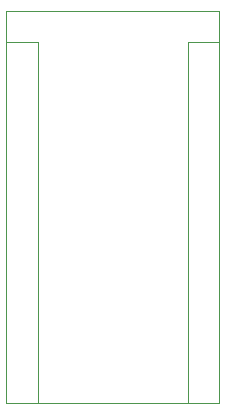
<source format=gbr>
G04 #@! TF.GenerationSoftware,KiCad,Pcbnew,(5.1.5)-3*
G04 #@! TF.CreationDate,2022-12-18T19:23:00+01:00*
G04 #@! TF.ProjectId,SNES controller protoboard,534e4553-2063-46f6-9e74-726f6c6c6572,rev?*
G04 #@! TF.SameCoordinates,Original*
G04 #@! TF.FileFunction,Legend,Bot*
G04 #@! TF.FilePolarity,Positive*
%FSLAX46Y46*%
G04 Gerber Fmt 4.6, Leading zero omitted, Abs format (unit mm)*
G04 Created by KiCad (PCBNEW (5.1.5)-3) date 2022-12-18 19:23:00*
%MOMM*%
%LPD*%
G04 APERTURE LIST*
%ADD10C,0.120000*%
%ADD11C,1.902000*%
G04 APERTURE END LIST*
D10*
X67319000Y-41994000D02*
X54619000Y-41994000D01*
X69989000Y-8754000D02*
X69989000Y-41994000D01*
X51949000Y-8754000D02*
X69989000Y-8754000D01*
X54619000Y-11424000D02*
X51949000Y-11424000D01*
X54619000Y-41994000D02*
X54619000Y-11424000D01*
X67319000Y-11424000D02*
X69989000Y-11424000D01*
X67319000Y-41994000D02*
X67319000Y-11424000D01*
X67319000Y-41994000D02*
X69989000Y-41994000D01*
X51949000Y-41994000D02*
X51949000Y-8754000D01*
X54619000Y-41994000D02*
X51949000Y-41994000D01*
%LPC*%
D11*
X45720000Y-27940000D03*
X93980000Y-30480000D03*
X93980000Y-10160000D03*
X111760000Y-20320000D03*
X76200000Y-20320000D03*
X60960000Y-27940000D03*
X43180000Y-27940000D03*
X20320000Y-27940000D03*
X20320000Y-12700000D03*
X20320000Y-30480000D03*
X22860000Y-30480000D03*
X20320000Y-33020000D03*
X22860000Y-33020000D03*
X116840000Y-45720000D03*
X114300000Y-45720000D03*
X111760000Y-45720000D03*
X109220000Y-45720000D03*
X106680000Y-45720000D03*
X104140000Y-45720000D03*
X101600000Y-45720000D03*
X99060000Y-45720000D03*
X96520000Y-45720000D03*
X93980000Y-45720000D03*
X91440000Y-45720000D03*
X88900000Y-45720000D03*
X86360000Y-45720000D03*
X83820000Y-45720000D03*
X81280000Y-45720000D03*
X78740000Y-45720000D03*
X76200000Y-45720000D03*
X73660000Y-45720000D03*
X71120000Y-45720000D03*
X68580000Y-45720000D03*
X66040000Y-45720000D03*
X63500000Y-45720000D03*
X60960000Y-45720000D03*
X58420000Y-45720000D03*
X55880000Y-45720000D03*
X53340000Y-45720000D03*
X50800000Y-45720000D03*
X48260000Y-45720000D03*
X45720000Y-45720000D03*
X43180000Y-45720000D03*
X40640000Y-45720000D03*
X38100000Y-45720000D03*
X35560000Y-45720000D03*
X33020000Y-45720000D03*
X30480000Y-45720000D03*
X27940000Y-45720000D03*
X25400000Y-45720000D03*
X22860000Y-45720000D03*
X20320000Y-45720000D03*
X17780000Y-45720000D03*
X15240000Y-45720000D03*
X12700000Y-45720000D03*
X10160000Y-45720000D03*
X7620000Y-45720000D03*
X5080000Y-45720000D03*
X119380000Y-43180000D03*
X116840000Y-43180000D03*
X114300000Y-43180000D03*
X111760000Y-43180000D03*
X109220000Y-43180000D03*
X106680000Y-43180000D03*
X104140000Y-43180000D03*
X101600000Y-43180000D03*
X99060000Y-43180000D03*
X96520000Y-43180000D03*
X93980000Y-43180000D03*
X91440000Y-43180000D03*
X88900000Y-43180000D03*
X86360000Y-43180000D03*
X83820000Y-43180000D03*
X81280000Y-43180000D03*
X78740000Y-43180000D03*
X76200000Y-43180000D03*
X73660000Y-43180000D03*
X71120000Y-43180000D03*
X68580000Y-43180000D03*
X66040000Y-43180000D03*
X63500000Y-43180000D03*
X60960000Y-43180000D03*
X58420000Y-43180000D03*
X55880000Y-43180000D03*
X53340000Y-43180000D03*
X50800000Y-43180000D03*
X48260000Y-43180000D03*
X45720000Y-43180000D03*
X43180000Y-43180000D03*
X40640000Y-43180000D03*
X38100000Y-43180000D03*
X35560000Y-43180000D03*
X33020000Y-43180000D03*
X30480000Y-43180000D03*
X27940000Y-43180000D03*
X25400000Y-43180000D03*
X22860000Y-43180000D03*
X20320000Y-43180000D03*
X17780000Y-43180000D03*
X15240000Y-43180000D03*
X12700000Y-43180000D03*
X10160000Y-43180000D03*
X7620000Y-43180000D03*
X5080000Y-43180000D03*
X2540000Y-43180000D03*
X121920000Y-40640000D03*
X119380000Y-40640000D03*
X116840000Y-40640000D03*
X114300000Y-40640000D03*
X111760000Y-40640000D03*
X109220000Y-40640000D03*
X106680000Y-40640000D03*
X104140000Y-40640000D03*
X101600000Y-40640000D03*
X99060000Y-40640000D03*
X96520000Y-40640000D03*
X93980000Y-40640000D03*
X91440000Y-40640000D03*
X88900000Y-40640000D03*
X86360000Y-40640000D03*
X83820000Y-40640000D03*
X81280000Y-40640000D03*
X78740000Y-40640000D03*
X76200000Y-40640000D03*
X73660000Y-40640000D03*
X71120000Y-40640000D03*
X68580000Y-40640000D03*
X66040000Y-40640000D03*
X63500000Y-40640000D03*
X60960000Y-40640000D03*
X58420000Y-40640000D03*
X55880000Y-40640000D03*
X53340000Y-40640000D03*
X50800000Y-40640000D03*
X48260000Y-40640000D03*
X45720000Y-40640000D03*
X43180000Y-40640000D03*
X40640000Y-40640000D03*
X38100000Y-40640000D03*
X35560000Y-40640000D03*
X33020000Y-40640000D03*
X30480000Y-40640000D03*
X27940000Y-40640000D03*
X25400000Y-40640000D03*
X22860000Y-40640000D03*
X20320000Y-40640000D03*
X17780000Y-40640000D03*
X15240000Y-40640000D03*
X12700000Y-40640000D03*
X10160000Y-40640000D03*
X7620000Y-40640000D03*
X5080000Y-40640000D03*
X2540000Y-40640000D03*
X0Y-40640000D03*
X121920000Y-38100000D03*
X119380000Y-38100000D03*
X116840000Y-38100000D03*
X114300000Y-38100000D03*
X111760000Y-38100000D03*
X109220000Y-38100000D03*
X106680000Y-38100000D03*
X104140000Y-38100000D03*
X101600000Y-38100000D03*
X99060000Y-38100000D03*
X96520000Y-38100000D03*
X93980000Y-38100000D03*
X91440000Y-38100000D03*
X88900000Y-38100000D03*
X86360000Y-38100000D03*
X83820000Y-38100000D03*
X81280000Y-38100000D03*
X78740000Y-38100000D03*
X76200000Y-38100000D03*
X73660000Y-38100000D03*
X71120000Y-38100000D03*
X68580000Y-38100000D03*
X66040000Y-38100000D03*
X63500000Y-38100000D03*
X60960000Y-38100000D03*
X58420000Y-38100000D03*
X55880000Y-38100000D03*
X53340000Y-38100000D03*
X50800000Y-38100000D03*
X48260000Y-38100000D03*
X45720000Y-38100000D03*
X43180000Y-38100000D03*
X40640000Y-38100000D03*
X38100000Y-38100000D03*
X35560000Y-38100000D03*
X33020000Y-38100000D03*
X30480000Y-38100000D03*
X27940000Y-38100000D03*
X25400000Y-38100000D03*
X22860000Y-38100000D03*
X20320000Y-38100000D03*
X17780000Y-38100000D03*
X15240000Y-38100000D03*
X12700000Y-38100000D03*
X10160000Y-38100000D03*
X7620000Y-38100000D03*
X5080000Y-38100000D03*
X2540000Y-38100000D03*
X0Y-38100000D03*
X121920000Y-35560000D03*
X119380000Y-35560000D03*
X116840000Y-35560000D03*
X114300000Y-35560000D03*
X111760000Y-35560000D03*
X109220000Y-35560000D03*
X106680000Y-35560000D03*
X104140000Y-35560000D03*
X101600000Y-35560000D03*
X99060000Y-35560000D03*
X96520000Y-35560000D03*
X93980000Y-35560000D03*
X91440000Y-35560000D03*
X88900000Y-35560000D03*
X86360000Y-35560000D03*
X83820000Y-35560000D03*
X81280000Y-35560000D03*
X78740000Y-35560000D03*
X76200000Y-35560000D03*
X73660000Y-35560000D03*
X71120000Y-35560000D03*
X68580000Y-35560000D03*
X66040000Y-35560000D03*
X63500000Y-35560000D03*
X60960000Y-35560000D03*
X58420000Y-35560000D03*
X55880000Y-35560000D03*
X53340000Y-35560000D03*
X50800000Y-35560000D03*
X48260000Y-35560000D03*
X45720000Y-35560000D03*
X43180000Y-35560000D03*
X40640000Y-35560000D03*
X38100000Y-35560000D03*
X35560000Y-35560000D03*
X33020000Y-35560000D03*
X30480000Y-35560000D03*
X27940000Y-35560000D03*
X25400000Y-35560000D03*
X22860000Y-35560000D03*
X20320000Y-35560000D03*
X17780000Y-35560000D03*
X15240000Y-35560000D03*
X12700000Y-35560000D03*
X10160000Y-35560000D03*
X7620000Y-35560000D03*
X5080000Y-35560000D03*
X2540000Y-35560000D03*
X0Y-35560000D03*
X121920000Y-33020000D03*
X119380000Y-33020000D03*
X116840000Y-33020000D03*
X114300000Y-33020000D03*
X111760000Y-33020000D03*
X109220000Y-33020000D03*
X106680000Y-33020000D03*
X104140000Y-33020000D03*
X101600000Y-33020000D03*
X99060000Y-33020000D03*
X96520000Y-33020000D03*
X93980000Y-33020000D03*
X91440000Y-33020000D03*
X88900000Y-33020000D03*
X86360000Y-33020000D03*
X83820000Y-33020000D03*
X81280000Y-33020000D03*
X78740000Y-33020000D03*
X76200000Y-33020000D03*
X73660000Y-33020000D03*
X71120000Y-33020000D03*
X68580000Y-33020000D03*
X66040000Y-33020000D03*
X63500000Y-33020000D03*
X60960000Y-33020000D03*
X58420000Y-33020000D03*
X55880000Y-33020000D03*
X53340000Y-33020000D03*
X50800000Y-33020000D03*
X48260000Y-33020000D03*
X45720000Y-33020000D03*
X43180000Y-33020000D03*
X40640000Y-33020000D03*
X38100000Y-33020000D03*
X35560000Y-33020000D03*
X33020000Y-33020000D03*
X30480000Y-33020000D03*
X27940000Y-33020000D03*
X25400000Y-33020000D03*
X17780000Y-33020000D03*
X15240000Y-33020000D03*
X12700000Y-33020000D03*
X10160000Y-33020000D03*
X7620000Y-33020000D03*
X5080000Y-33020000D03*
X2540000Y-33020000D03*
X0Y-33020000D03*
X121920000Y-30480000D03*
X119380000Y-30480000D03*
X116840000Y-30480000D03*
X114300000Y-30480000D03*
X111760000Y-30480000D03*
X109220000Y-30480000D03*
X106680000Y-30480000D03*
X104140000Y-30480000D03*
X101600000Y-30480000D03*
X99060000Y-30480000D03*
X96520000Y-30480000D03*
X91440000Y-30480000D03*
X88900000Y-30480000D03*
X86360000Y-30480000D03*
X83820000Y-30480000D03*
X81280000Y-30480000D03*
X78740000Y-30480000D03*
X76200000Y-30480000D03*
X73660000Y-30480000D03*
X71120000Y-30480000D03*
X68580000Y-30480000D03*
X66040000Y-30480000D03*
X63500000Y-30480000D03*
X60960000Y-30480000D03*
X58420000Y-30480000D03*
X55880000Y-30480000D03*
X53340000Y-30480000D03*
X50800000Y-30480000D03*
X48260000Y-30480000D03*
X45720000Y-30480000D03*
X43180000Y-30480000D03*
X40640000Y-30480000D03*
X38100000Y-30480000D03*
X35560000Y-30480000D03*
X33020000Y-30480000D03*
X30480000Y-30480000D03*
X27940000Y-30480000D03*
X25400000Y-30480000D03*
X17780000Y-30480000D03*
X15240000Y-30480000D03*
X12700000Y-30480000D03*
X10160000Y-30480000D03*
X7620000Y-30480000D03*
X5080000Y-30480000D03*
X2540000Y-30480000D03*
X0Y-30480000D03*
X121920000Y-27940000D03*
X119380000Y-27940000D03*
X116840000Y-27940000D03*
X114300000Y-27940000D03*
X111760000Y-27940000D03*
X109220000Y-27940000D03*
X106680000Y-27940000D03*
X104140000Y-27940000D03*
X101600000Y-27940000D03*
X99060000Y-27940000D03*
X96520000Y-27940000D03*
X93980000Y-27940000D03*
X91440000Y-27940000D03*
X88900000Y-27940000D03*
X86360000Y-27940000D03*
X83820000Y-27940000D03*
X81280000Y-27940000D03*
X78740000Y-27940000D03*
X76200000Y-27940000D03*
X73660000Y-27940000D03*
X71120000Y-27940000D03*
X68580000Y-27940000D03*
X66040000Y-27940000D03*
X63500000Y-27940000D03*
X58420000Y-27940000D03*
X55880000Y-27940000D03*
X53340000Y-27940000D03*
X50800000Y-27940000D03*
X48260000Y-27940000D03*
X40640000Y-27940000D03*
X38100000Y-27940000D03*
X35560000Y-27940000D03*
X33020000Y-27940000D03*
X30480000Y-27940000D03*
X27940000Y-27940000D03*
X25400000Y-27940000D03*
X22860000Y-27940000D03*
X17780000Y-27940000D03*
X15240000Y-27940000D03*
X12700000Y-27940000D03*
X10160000Y-27940000D03*
X7620000Y-27940000D03*
X5080000Y-27940000D03*
X2540000Y-27940000D03*
X0Y-27940000D03*
X121920000Y-25400000D03*
X119380000Y-25400000D03*
X116840000Y-25400000D03*
X114300000Y-25400000D03*
X111760000Y-25400000D03*
X109220000Y-25400000D03*
X106680000Y-25400000D03*
X104140000Y-25400000D03*
X101600000Y-25400000D03*
X99060000Y-25400000D03*
X96520000Y-25400000D03*
X93980000Y-25400000D03*
X91440000Y-25400000D03*
X88900000Y-25400000D03*
X86360000Y-25400000D03*
X83820000Y-25400000D03*
X81280000Y-25400000D03*
X78740000Y-25400000D03*
X76200000Y-25400000D03*
X73660000Y-25400000D03*
X71120000Y-25400000D03*
X68580000Y-25400000D03*
X66040000Y-25400000D03*
X63500000Y-25400000D03*
X60960000Y-25400000D03*
X58420000Y-25400000D03*
X55880000Y-25400000D03*
X53340000Y-25400000D03*
X50800000Y-25400000D03*
X48260000Y-25400000D03*
X45720000Y-25400000D03*
X43180000Y-25400000D03*
X40640000Y-25400000D03*
X38100000Y-25400000D03*
X35560000Y-25400000D03*
X33020000Y-25400000D03*
X30480000Y-25400000D03*
X27940000Y-25400000D03*
X25400000Y-25400000D03*
X22860000Y-25400000D03*
X20320000Y-25400000D03*
X17780000Y-25400000D03*
X15240000Y-25400000D03*
X12700000Y-25400000D03*
X10160000Y-25400000D03*
X7620000Y-25400000D03*
X5080000Y-25400000D03*
X2540000Y-25400000D03*
X0Y-25400000D03*
X121920000Y-22860000D03*
X119380000Y-22860000D03*
X116840000Y-22860000D03*
X114300000Y-22860000D03*
X111760000Y-22860000D03*
X109220000Y-22860000D03*
X106680000Y-22860000D03*
X104140000Y-22860000D03*
X101600000Y-22860000D03*
X99060000Y-22860000D03*
X96520000Y-22860000D03*
X93980000Y-22860000D03*
X91440000Y-22860000D03*
X88900000Y-22860000D03*
X86360000Y-22860000D03*
X83820000Y-22860000D03*
X81280000Y-22860000D03*
X78740000Y-22860000D03*
X76200000Y-22860000D03*
X73660000Y-22860000D03*
X71120000Y-22860000D03*
X68580000Y-22860000D03*
X66040000Y-22860000D03*
X63500000Y-22860000D03*
X60960000Y-22860000D03*
X58420000Y-22860000D03*
X55880000Y-22860000D03*
X53340000Y-22860000D03*
X50800000Y-22860000D03*
X48260000Y-22860000D03*
X45720000Y-22860000D03*
X43180000Y-22860000D03*
X40640000Y-22860000D03*
X38100000Y-22860000D03*
X35560000Y-22860000D03*
X33020000Y-22860000D03*
X30480000Y-22860000D03*
X27940000Y-22860000D03*
X25400000Y-22860000D03*
X22860000Y-22860000D03*
X20320000Y-22860000D03*
X17780000Y-22860000D03*
X15240000Y-22860000D03*
X12700000Y-22860000D03*
X10160000Y-22860000D03*
X7620000Y-22860000D03*
X5080000Y-22860000D03*
X2540000Y-22860000D03*
X0Y-22860000D03*
X121920000Y-20320000D03*
X119380000Y-20320000D03*
X116840000Y-20320000D03*
X114300000Y-20320000D03*
X109220000Y-20320000D03*
X106680000Y-20320000D03*
X104140000Y-20320000D03*
X101600000Y-20320000D03*
X99060000Y-20320000D03*
X96520000Y-20320000D03*
X93980000Y-20320000D03*
X91440000Y-20320000D03*
X88900000Y-20320000D03*
X86360000Y-20320000D03*
X83820000Y-20320000D03*
X81280000Y-20320000D03*
X78740000Y-20320000D03*
X73660000Y-20320000D03*
X71120000Y-20320000D03*
X68580000Y-20320000D03*
X66040000Y-20320000D03*
X63500000Y-20320000D03*
X60960000Y-20320000D03*
X58420000Y-20320000D03*
X55880000Y-20320000D03*
X53340000Y-20320000D03*
X50800000Y-20320000D03*
X48260000Y-20320000D03*
X45720000Y-20320000D03*
X43180000Y-20320000D03*
X40640000Y-20320000D03*
X38100000Y-20320000D03*
X35560000Y-20320000D03*
X33020000Y-20320000D03*
X30480000Y-20320000D03*
X27940000Y-20320000D03*
X25400000Y-20320000D03*
X22860000Y-20320000D03*
X20320000Y-20320000D03*
X17780000Y-20320000D03*
X15240000Y-20320000D03*
X12700000Y-20320000D03*
X10160000Y-20320000D03*
X7620000Y-20320000D03*
X5080000Y-20320000D03*
X2540000Y-20320000D03*
X0Y-20320000D03*
X121920000Y-17780000D03*
X119380000Y-17780000D03*
X116840000Y-17780000D03*
X114300000Y-17780000D03*
X111760000Y-17780000D03*
X109220000Y-17780000D03*
X106680000Y-17780000D03*
X104140000Y-17780000D03*
X101600000Y-17780000D03*
X99060000Y-17780000D03*
X96520000Y-17780000D03*
X93980000Y-17780000D03*
X91440000Y-17780000D03*
X88900000Y-17780000D03*
X86360000Y-17780000D03*
X83820000Y-17780000D03*
X81280000Y-17780000D03*
X78740000Y-17780000D03*
X76200000Y-17780000D03*
X73660000Y-17780000D03*
X71120000Y-17780000D03*
X68580000Y-17780000D03*
X66040000Y-17780000D03*
X63500000Y-17780000D03*
X60960000Y-17780000D03*
X58420000Y-17780000D03*
X55880000Y-17780000D03*
X53340000Y-17780000D03*
X50800000Y-17780000D03*
X48260000Y-17780000D03*
X45720000Y-17780000D03*
X43180000Y-17780000D03*
X40640000Y-17780000D03*
X38100000Y-17780000D03*
X35560000Y-17780000D03*
X33020000Y-17780000D03*
X30480000Y-17780000D03*
X27940000Y-17780000D03*
X25400000Y-17780000D03*
X22860000Y-17780000D03*
X20320000Y-17780000D03*
X17780000Y-17780000D03*
X15240000Y-17780000D03*
X12700000Y-17780000D03*
X10160000Y-17780000D03*
X7620000Y-17780000D03*
X5080000Y-17780000D03*
X2540000Y-17780000D03*
X0Y-17780000D03*
X121920000Y-15240000D03*
X119380000Y-15240000D03*
X116840000Y-15240000D03*
X114300000Y-15240000D03*
X111760000Y-15240000D03*
X109220000Y-15240000D03*
X106680000Y-15240000D03*
X104140000Y-15240000D03*
X101600000Y-15240000D03*
X99060000Y-15240000D03*
X96520000Y-15240000D03*
X93980000Y-15240000D03*
X91440000Y-15240000D03*
X88900000Y-15240000D03*
X86360000Y-15240000D03*
X83820000Y-15240000D03*
X81280000Y-15240000D03*
X78740000Y-15240000D03*
X76200000Y-15240000D03*
X73660000Y-15240000D03*
X71120000Y-15240000D03*
X68580000Y-15240000D03*
X66040000Y-15240000D03*
X63500000Y-15240000D03*
X60960000Y-15240000D03*
X58420000Y-15240000D03*
X55880000Y-15240000D03*
X53340000Y-15240000D03*
X50800000Y-15240000D03*
X48260000Y-15240000D03*
X45720000Y-15240000D03*
X43180000Y-15240000D03*
X40640000Y-15240000D03*
X38100000Y-15240000D03*
X35560000Y-15240000D03*
X33020000Y-15240000D03*
X30480000Y-15240000D03*
X27940000Y-15240000D03*
X25400000Y-15240000D03*
X22860000Y-15240000D03*
X20320000Y-15240000D03*
X17780000Y-15240000D03*
X15240000Y-15240000D03*
X12700000Y-15240000D03*
X10160000Y-15240000D03*
X7620000Y-15240000D03*
X5080000Y-15240000D03*
X2540000Y-15240000D03*
X0Y-15240000D03*
X121920000Y-12700000D03*
X119380000Y-12700000D03*
X116840000Y-12700000D03*
X114300000Y-12700000D03*
X111760000Y-12700000D03*
X109220000Y-12700000D03*
X106680000Y-12700000D03*
X104140000Y-12700000D03*
X101600000Y-12700000D03*
X99060000Y-12700000D03*
X96520000Y-12700000D03*
X93980000Y-12700000D03*
X91440000Y-12700000D03*
X88900000Y-12700000D03*
X86360000Y-12700000D03*
X83820000Y-12700000D03*
X81280000Y-12700000D03*
X78740000Y-12700000D03*
X76200000Y-12700000D03*
X73660000Y-12700000D03*
X71120000Y-12700000D03*
X68580000Y-12700000D03*
X66040000Y-12700000D03*
X63500000Y-12700000D03*
X60960000Y-12700000D03*
X58420000Y-12700000D03*
X55880000Y-12700000D03*
X53340000Y-12700000D03*
X50800000Y-12700000D03*
X48260000Y-12700000D03*
X45720000Y-12700000D03*
X43180000Y-12700000D03*
X40640000Y-12700000D03*
X38100000Y-12700000D03*
X35560000Y-12700000D03*
X33020000Y-12700000D03*
X30480000Y-12700000D03*
X27940000Y-12700000D03*
X25400000Y-12700000D03*
X22860000Y-12700000D03*
X17780000Y-12700000D03*
X15240000Y-12700000D03*
X12700000Y-12700000D03*
X10160000Y-12700000D03*
X7620000Y-12700000D03*
X5080000Y-12700000D03*
X2540000Y-12700000D03*
X0Y-12700000D03*
X121920000Y-10160000D03*
X119380000Y-10160000D03*
X116840000Y-10160000D03*
X114300000Y-10160000D03*
X111760000Y-10160000D03*
X109220000Y-10160000D03*
X106680000Y-10160000D03*
X104140000Y-10160000D03*
X101600000Y-10160000D03*
X99060000Y-10160000D03*
X96520000Y-10160000D03*
X91440000Y-10160000D03*
X88900000Y-10160000D03*
X86360000Y-10160000D03*
X83820000Y-10160000D03*
X81280000Y-10160000D03*
X78740000Y-10160000D03*
X76200000Y-10160000D03*
X73660000Y-10160000D03*
X71120000Y-10160000D03*
X68580000Y-10160000D03*
X66040000Y-10160000D03*
X63500000Y-10160000D03*
X60960000Y-10160000D03*
X58420000Y-10160000D03*
X55880000Y-10160000D03*
X53340000Y-10160000D03*
X50800000Y-10160000D03*
X48260000Y-10160000D03*
X45720000Y-10160000D03*
X43180000Y-10160000D03*
X40640000Y-10160000D03*
X38100000Y-10160000D03*
X35560000Y-10160000D03*
X33020000Y-10160000D03*
X30480000Y-10160000D03*
X27940000Y-10160000D03*
X25400000Y-10160000D03*
X22860000Y-10160000D03*
X20320000Y-10160000D03*
X17780000Y-10160000D03*
X15240000Y-10160000D03*
X12700000Y-10160000D03*
X10160000Y-10160000D03*
X7620000Y-10160000D03*
X5080000Y-10160000D03*
X2540000Y-10160000D03*
X0Y-10160000D03*
X121920000Y-7620000D03*
X119380000Y-7620000D03*
X116840000Y-7620000D03*
X114300000Y-7620000D03*
X111760000Y-7620000D03*
X109220000Y-7620000D03*
X106680000Y-7620000D03*
X104140000Y-7620000D03*
X101600000Y-7620000D03*
X99060000Y-7620000D03*
X96520000Y-7620000D03*
X93980000Y-7620000D03*
X91440000Y-7620000D03*
X88900000Y-7620000D03*
X86360000Y-7620000D03*
X83820000Y-7620000D03*
X81280000Y-7620000D03*
X78740000Y-7620000D03*
X76200000Y-7620000D03*
X73660000Y-7620000D03*
X71120000Y-7620000D03*
X68580000Y-7620000D03*
X66040000Y-7620000D03*
X63500000Y-7620000D03*
X60960000Y-7620000D03*
X58420000Y-7620000D03*
X55880000Y-7620000D03*
X53340000Y-7620000D03*
X50800000Y-7620000D03*
X48260000Y-7620000D03*
X45720000Y-7620000D03*
X43180000Y-7620000D03*
X40640000Y-7620000D03*
X38100000Y-7620000D03*
X35560000Y-7620000D03*
X33020000Y-7620000D03*
X30480000Y-7620000D03*
X27940000Y-7620000D03*
X25400000Y-7620000D03*
X22860000Y-7620000D03*
X20320000Y-7620000D03*
X17780000Y-7620000D03*
X15240000Y-7620000D03*
X12700000Y-7620000D03*
X10160000Y-7620000D03*
X7620000Y-7620000D03*
X5080000Y-7620000D03*
X2540000Y-7620000D03*
X0Y-7620000D03*
X121920000Y-5080000D03*
X119380000Y-5080000D03*
X116840000Y-5080000D03*
X114300000Y-5080000D03*
X111760000Y-5080000D03*
X109220000Y-5080000D03*
X106680000Y-5080000D03*
X104140000Y-5080000D03*
X101600000Y-5080000D03*
X99060000Y-5080000D03*
X96520000Y-5080000D03*
X93980000Y-5080000D03*
X91440000Y-5080000D03*
X88900000Y-5080000D03*
X86360000Y-5080000D03*
X83820000Y-5080000D03*
X81280000Y-5080000D03*
X78740000Y-5080000D03*
X76200000Y-5080000D03*
X73660000Y-5080000D03*
X71120000Y-5080000D03*
X68580000Y-5080000D03*
X66040000Y-5080000D03*
X63500000Y-5080000D03*
X60960000Y-5080000D03*
X58420000Y-5080000D03*
X55880000Y-5080000D03*
X53340000Y-5080000D03*
X50800000Y-5080000D03*
X48260000Y-5080000D03*
X45720000Y-5080000D03*
X43180000Y-5080000D03*
X40640000Y-5080000D03*
X38100000Y-5080000D03*
X35560000Y-5080000D03*
X33020000Y-5080000D03*
X30480000Y-5080000D03*
X27940000Y-5080000D03*
X25400000Y-5080000D03*
X22860000Y-5080000D03*
X20320000Y-5080000D03*
X17780000Y-5080000D03*
X15240000Y-5080000D03*
X12700000Y-5080000D03*
X10160000Y-5080000D03*
X7620000Y-5080000D03*
X5080000Y-5080000D03*
X2540000Y-5080000D03*
X0Y-5080000D03*
X119380000Y-2540000D03*
X116840000Y-2540000D03*
X114300000Y-2540000D03*
X111760000Y-2540000D03*
X109220000Y-2540000D03*
X106680000Y-2540000D03*
X104140000Y-2540000D03*
X101600000Y-2540000D03*
X99060000Y-2540000D03*
X96520000Y-2540000D03*
X93980000Y-2540000D03*
X91440000Y-2540000D03*
X88900000Y-2540000D03*
X86360000Y-2540000D03*
X83820000Y-2540000D03*
X81280000Y-2540000D03*
X78740000Y-2540000D03*
X76200000Y-2540000D03*
X73660000Y-2540000D03*
X71120000Y-2540000D03*
X68580000Y-2540000D03*
X66040000Y-2540000D03*
X63500000Y-2540000D03*
X60960000Y-2540000D03*
X58420000Y-2540000D03*
X55880000Y-2540000D03*
X53340000Y-2540000D03*
X50800000Y-2540000D03*
X48260000Y-2540000D03*
X45720000Y-2540000D03*
X43180000Y-2540000D03*
X40640000Y-2540000D03*
X38100000Y-2540000D03*
X35560000Y-2540000D03*
X33020000Y-2540000D03*
X30480000Y-2540000D03*
X27940000Y-2540000D03*
X25400000Y-2540000D03*
X22860000Y-2540000D03*
X20320000Y-2540000D03*
X17780000Y-2540000D03*
X15240000Y-2540000D03*
X12700000Y-2540000D03*
X10160000Y-2540000D03*
X7620000Y-2540000D03*
X5080000Y-2540000D03*
X2540000Y-2540000D03*
X116840000Y0D03*
X114300000Y0D03*
X111760000Y0D03*
X109220000Y0D03*
X106680000Y0D03*
X104140000Y0D03*
X101600000Y0D03*
X99060000Y0D03*
X96520000Y0D03*
X93980000Y0D03*
X91440000Y0D03*
X88900000Y0D03*
X86360000Y0D03*
X83820000Y0D03*
X81280000Y0D03*
X78740000Y0D03*
X76200000Y0D03*
X73660000Y0D03*
X71120000Y0D03*
X68580000Y0D03*
X66040000Y0D03*
X63500000Y0D03*
X60960000Y0D03*
X58420000Y0D03*
X55880000Y0D03*
X53340000Y0D03*
X50800000Y0D03*
X48260000Y0D03*
X45720000Y0D03*
X43180000Y0D03*
X40640000Y0D03*
X38100000Y0D03*
X35560000Y0D03*
X33020000Y0D03*
X30480000Y0D03*
X27940000Y0D03*
X25400000Y0D03*
X22860000Y0D03*
X20320000Y0D03*
X17780000Y0D03*
X15240000Y0D03*
X12700000Y0D03*
X10160000Y0D03*
X7620000Y0D03*
X5080000Y0D03*
M02*

</source>
